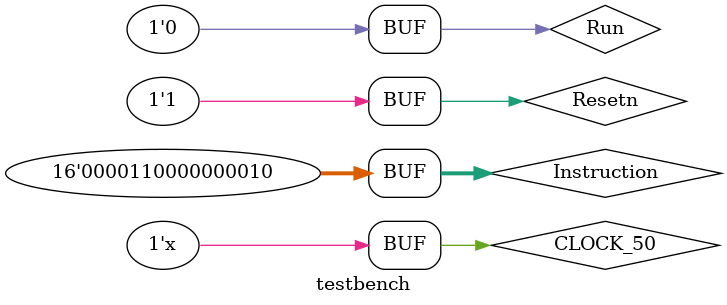
<source format=v>
`timescale 1ns / 1ps

module testbench ( );

	parameter CLOCK_PERIOD = 20;

	reg [15:0] Instruction;
	reg Run;
	wire Done;

	reg CLOCK_50;
	initial begin
		CLOCK_50 <= 1'b0;
	end // initial
	always @ (*)
	begin : Clock_Generator
		#((CLOCK_PERIOD) / 2) CLOCK_50 <= ~CLOCK_50;
	end
	
	reg Resetn;
	initial begin
		Resetn <= 1'b0;
		#20 Resetn <= 1'b1;
	end // initial

	initial begin
				Run	<= 1'b0;	Instruction	<= 16'b0000000000000000;	
		#20	Run	<= 1'b1; Instruction	<= 16'b0001000000011100; // mv  r0, #28	
		#20	Run	<= 1'b0; 
		#20	Run	<= 1'b1; Instruction	<= 16'b0011001011111111; // mvt r1, #0xFF00
		#20	Run	<= 1'b0;
		#20	Run	<= 1'b1; Instruction	<= 16'b0101001011111111; // add r1, #0xFF
		#20	Run	<= 1'b0;
		#60	Run	<= 1'b1; Instruction	<= 16'b0110001000000000; // sub r1, r0
		#20	Run	<= 1'b0;
		#60	Run	<= 1'b1; Instruction	<= 16'b0101001000001100; // add r1, #12
		#20	Run	<= 1'b0;
		#60	Run	<= 1'b1; Instruction	<= 16'b0100111000000110; // add r7, r6
		#20	Run	<= 1'b0;
		#60	Run	<= 1'b1; Instruction	<= 16'b0001011000010010; // mv r3, #18
		#20	Run	<= 1'b0;
		#60	Run	<= 1'b1; Instruction	<= 16'b0110100000000011; // sub r4, r3
		#20	Run	<= 1'b0;
		#60	Run	<= 1'b1; Instruction	<= 16'b0101101000011111; // add r5, #31
		#20	Run	<= 1'b0;
		#60	Run	<= 1'b1; Instruction	<= 16'b0000110000000010; // mv r6, r2
		#20	Run	<= 1'b0;

		
	end // initial

	proc U1 (Instruction, Resetn, CLOCK_50, Run, Done);

endmodule

</source>
